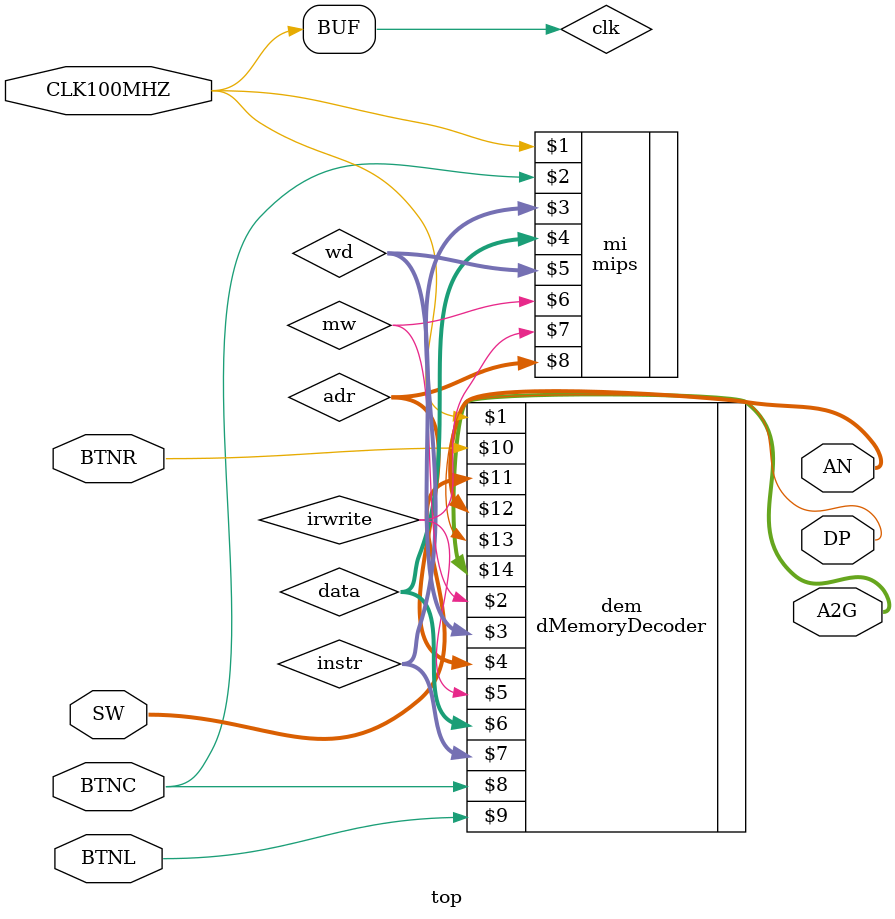
<source format=sv>
`timescale 1ns / 1ps


module top( input logic CLK100MHZ,
            input logic BTNC,
            input logic BTNL,
            input logic BTNR,
            input logic[15:0] SW,
            output logic [7:0] AN,
            output logic [6:0] A2G,
            output logic DP
            //output logic memwrite,
            //output logic [31:0] writedata,dataadr            
    );
    logic clk;
    assign clk=CLK100MHZ;
    logic [31:0] data,instr,adr,wd;
    logic irwrite,mw,iord;
    //assign memwrite=mw;
    //assign writedata=wd;
    //assign dataadr=adr;
    mips mi(clk,BTNC,instr,data,wd,mw,irwrite,adr);
    //memery me(adr,wd,mw,clk,irwrite,instr,data);
    dMemoryDecoder dem(clk,mw,wd,adr,irwrite,data,instr,
                        BTNC,BTNL,BTNR,SW,AN,DP,A2G);
endmodule

</source>
